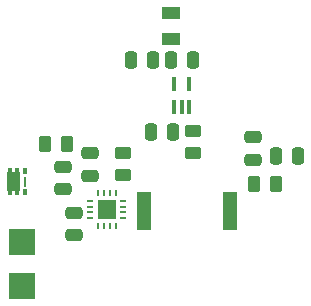
<source format=gtp>
G04 #@! TF.GenerationSoftware,KiCad,Pcbnew,8.0.6*
G04 #@! TF.CreationDate,2025-03-29T16:44:26-07:00*
G04 #@! TF.ProjectId,RCA Radio Telescope,52434120-5261-4646-996f-2054656c6573,2.2*
G04 #@! TF.SameCoordinates,Original*
G04 #@! TF.FileFunction,Paste,Top*
G04 #@! TF.FilePolarity,Positive*
%FSLAX46Y46*%
G04 Gerber Fmt 4.6, Leading zero omitted, Abs format (unit mm)*
G04 Created by KiCad (PCBNEW 8.0.6) date 2025-03-29 16:44:26*
%MOMM*%
%LPD*%
G01*
G04 APERTURE LIST*
G04 Aperture macros list*
%AMRoundRect*
0 Rectangle with rounded corners*
0 $1 Rounding radius*
0 $2 $3 $4 $5 $6 $7 $8 $9 X,Y pos of 4 corners*
0 Add a 4 corners polygon primitive as box body*
4,1,4,$2,$3,$4,$5,$6,$7,$8,$9,$2,$3,0*
0 Add four circle primitives for the rounded corners*
1,1,$1+$1,$2,$3*
1,1,$1+$1,$4,$5*
1,1,$1+$1,$6,$7*
1,1,$1+$1,$8,$9*
0 Add four rect primitives between the rounded corners*
20,1,$1+$1,$2,$3,$4,$5,0*
20,1,$1+$1,$4,$5,$6,$7,0*
20,1,$1+$1,$6,$7,$8,$9,0*
20,1,$1+$1,$8,$9,$2,$3,0*%
G04 Aperture macros list end*
%ADD10C,0.000000*%
%ADD11RoundRect,0.250000X0.250000X0.475000X-0.250000X0.475000X-0.250000X-0.475000X0.250000X-0.475000X0*%
%ADD12RoundRect,0.250000X0.475000X-0.250000X0.475000X0.250000X-0.475000X0.250000X-0.475000X-0.250000X0*%
%ADD13R,0.406400X0.508000*%
%ADD14R,0.279400X0.914400*%
%ADD15R,1.257300X3.251200*%
%ADD16RoundRect,0.250000X-0.475000X0.250000X-0.475000X-0.250000X0.475000X-0.250000X0.475000X0.250000X0*%
%ADD17RoundRect,0.250000X-0.262500X-0.450000X0.262500X-0.450000X0.262500X0.450000X-0.262500X0.450000X0*%
%ADD18RoundRect,0.250000X0.262500X0.450000X-0.262500X0.450000X-0.262500X-0.450000X0.262500X-0.450000X0*%
%ADD19RoundRect,0.250000X-0.450000X0.262500X-0.450000X-0.262500X0.450000X-0.262500X0.450000X0.262500X0*%
%ADD20R,0.599999X0.240000*%
%ADD21R,0.240000X0.599999*%
%ADD22R,0.375000X1.170000*%
%ADD23R,0.300000X1.170000*%
%ADD24R,0.400000X1.170000*%
%ADD25RoundRect,0.250000X-0.250000X-0.475000X0.250000X-0.475000X0.250000X0.475000X-0.250000X0.475000X0*%
%ADD26R,2.210000X2.180400*%
%ADD27R,1.498600X0.990600*%
G04 APERTURE END LIST*
D10*
G36*
X27453200Y-36795100D02*
G01*
X26396801Y-36795100D01*
X26396801Y-35194900D01*
X27453200Y-35194900D01*
X27453200Y-36795100D01*
G37*
G36*
X35537570Y-37575894D02*
G01*
X35546295Y-37578541D01*
X35554334Y-37582836D01*
X35561380Y-37588619D01*
X35567163Y-37595665D01*
X35571458Y-37603704D01*
X35574105Y-37612429D01*
X35574999Y-37621500D01*
X35574999Y-39078499D01*
X35574105Y-39087570D01*
X35571458Y-39096295D01*
X35567163Y-39104334D01*
X35561380Y-39111380D01*
X35554334Y-39117163D01*
X35546295Y-39121458D01*
X35537570Y-39124105D01*
X35528499Y-39124999D01*
X34071500Y-39124999D01*
X34062429Y-39124105D01*
X34053704Y-39121458D01*
X34045665Y-39117163D01*
X34038619Y-39111380D01*
X34032836Y-39104334D01*
X34028541Y-39096295D01*
X34025894Y-39087570D01*
X34025000Y-39078499D01*
X34025000Y-37621500D01*
X34025894Y-37612429D01*
X34028541Y-37603704D01*
X34032836Y-37595665D01*
X34038619Y-37588619D01*
X34045665Y-37582836D01*
X34053704Y-37578541D01*
X34062429Y-37575894D01*
X34071500Y-37575000D01*
X35528499Y-37575000D01*
X35537570Y-37575894D01*
G37*
D11*
X38750000Y-25700000D03*
X36850000Y-25700000D03*
D12*
X31100000Y-36650000D03*
X31100000Y-34750000D03*
D13*
X26600001Y-36895001D03*
X27250000Y-36895001D03*
X26600001Y-35094999D03*
X27250000Y-35094999D03*
X27899999Y-35094999D03*
X27899999Y-36895001D03*
D14*
X27900000Y-35995000D03*
D15*
X37974150Y-38500000D03*
X45225850Y-38500000D03*
D12*
X47200000Y-34150000D03*
X47200000Y-32250000D03*
D16*
X33400000Y-33600000D03*
X33400000Y-35500000D03*
X32000000Y-38650000D03*
X32000000Y-40550000D03*
D17*
X29587500Y-32800000D03*
X31412500Y-32800000D03*
D18*
X49112500Y-36200000D03*
X47287500Y-36200000D03*
D19*
X36200000Y-33587500D03*
X36200000Y-35412500D03*
D20*
X36199999Y-39100001D03*
X36199999Y-38600002D03*
X36199999Y-38100000D03*
X36199999Y-37600001D03*
D21*
X35549998Y-36950000D03*
X35049999Y-36950000D03*
X34549997Y-36950000D03*
X34049998Y-36950000D03*
D20*
X33400000Y-37600001D03*
X33400000Y-38100000D03*
X33400000Y-38600002D03*
X33400000Y-39100001D03*
D21*
X34049998Y-39749999D03*
X34549997Y-39749999D03*
X35049999Y-39749999D03*
X35549998Y-39749999D03*
D22*
X40462500Y-29640000D03*
D23*
X41150000Y-29640000D03*
D22*
X41812500Y-29640000D03*
D24*
X41800000Y-27700000D03*
X40500000Y-27700000D03*
D25*
X40250000Y-25700000D03*
X42150000Y-25700000D03*
D26*
X27600000Y-41100000D03*
X27600000Y-44814400D03*
D27*
X40250000Y-23892200D03*
X40250000Y-21707800D03*
D11*
X40450000Y-31800000D03*
X38550000Y-31800000D03*
D19*
X42150000Y-31737500D03*
X42150000Y-33562500D03*
D25*
X49100000Y-33800000D03*
X51000000Y-33800000D03*
M02*

</source>
